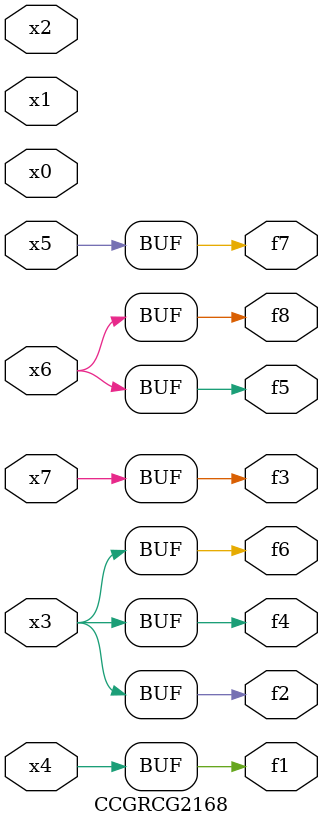
<source format=v>
module CCGRCG2168(
	input x0, x1, x2, x3, x4, x5, x6, x7,
	output f1, f2, f3, f4, f5, f6, f7, f8
);
	assign f1 = x4;
	assign f2 = x3;
	assign f3 = x7;
	assign f4 = x3;
	assign f5 = x6;
	assign f6 = x3;
	assign f7 = x5;
	assign f8 = x6;
endmodule

</source>
